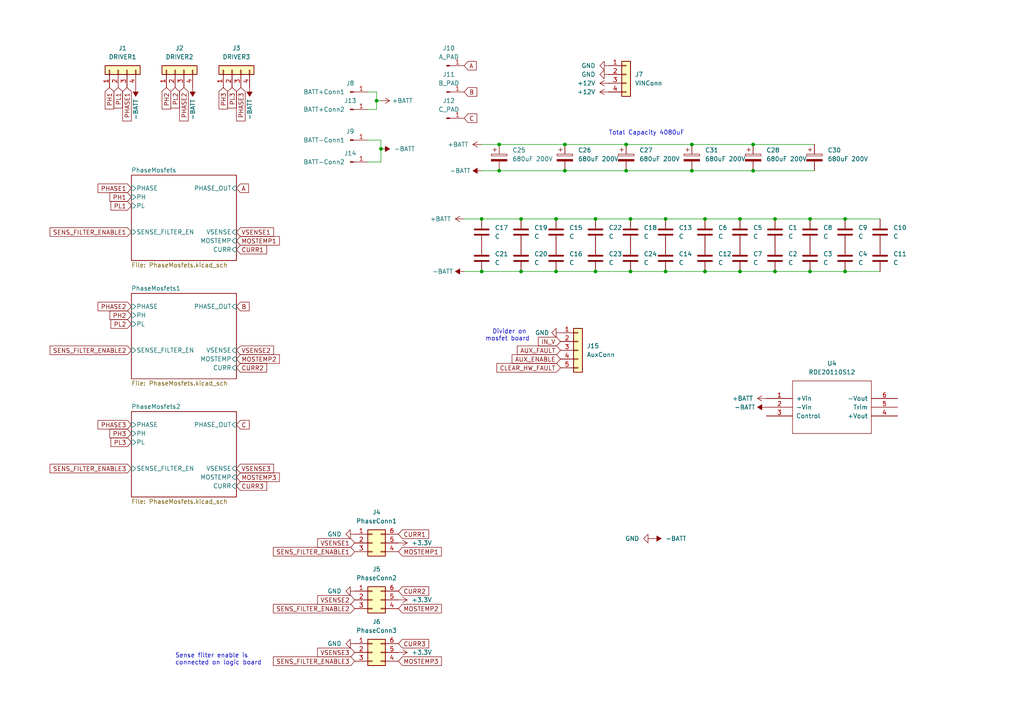
<source format=kicad_sch>
(kicad_sch (version 20230121) (generator eeschema)
  (paper "A4")
  (lib_symbols
    (symbol "Connector:Conn_01x01_Pin" (pin_names (offset 1.016) hide)
      (property "Reference" "J" (at 0 2.54 0))
      (property "Value" "Conn_01x01_Pin" (at 0 -2.54 0))
      (symbol "Conn_01x01_Pin_1_1"
        (polyline (pts (xy 1.27 0) (xy 0.8636 0)) (stroke (width 0.1524)))
        (rectangle (start 0.8636 0.127) (end 0 -0.127) (stroke (width 0.1524)) (fill (type outline)))
        (pin passive line (at 5.08 0 180) (length 3.81) (name "Pin_1") (number "1"))
      )
    )
    (symbol "Connector_Generic:Conn_01x04" (pin_names (offset 1.016) hide)
      (property "Reference" "J" (at 0 5.08 0))
      (property "Value" "Conn_01x04" (at 0 -7.62 0))
      (symbol "Conn_01x04_1_1"
        (rectangle (start -1.27 -4.953) (end 0 -5.207) (stroke (width 0.1524)))
        (rectangle (start -1.27 -2.413) (end 0 -2.667) (stroke (width 0.1524)))
        (rectangle (start -1.27 0.127) (end 0 -0.127) (stroke (width 0.1524)))
        (rectangle (start -1.27 2.667) (end 0 2.413) (stroke (width 0.1524)))
        (rectangle (start -1.27 3.81) (end 1.27 -6.35) (stroke (width 0.254)) (fill (type background)))
        (pin passive line (at -5.08 2.54 0) (length 3.81) (name "Pin_1") (number "1"))
        (pin passive line (at -5.08 0 0) (length 3.81) (name "Pin_2") (number "2"))
        (pin passive line (at -5.08 -2.54 0) (length 3.81) (name "Pin_3") (number "3"))
        (pin passive line (at -5.08 -5.08 0) (length 3.81) (name "Pin_4") (number "4"))
      )
    )
    (symbol "Connector_Generic:Conn_01x05" (pin_names (offset 1.016) hide)
      (property "Reference" "J" (at 0 7.62 0))
      (property "Value" "Conn_01x05" (at 0 -7.62 0))
      (symbol "Conn_01x05_1_1"
        (rectangle (start -1.27 -4.953) (end 0 -5.207) (stroke (width 0.1524)))
        (rectangle (start -1.27 -2.413) (end 0 -2.667) (stroke (width 0.1524)))
        (rectangle (start -1.27 0.127) (end 0 -0.127) (stroke (width 0.1524)))
        (rectangle (start -1.27 2.667) (end 0 2.413) (stroke (width 0.1524)))
        (rectangle (start -1.27 5.207) (end 0 4.953) (stroke (width 0.1524)))
        (rectangle (start -1.27 6.35) (end 1.27 -6.35) (stroke (width 0.254)) (fill (type background)))
        (pin passive line (at -5.08 5.08 0) (length 3.81) (name "Pin_1") (number "1"))
        (pin passive line (at -5.08 2.54 0) (length 3.81) (name "Pin_2") (number "2"))
        (pin passive line (at -5.08 0 0) (length 3.81) (name "Pin_3") (number "3"))
        (pin passive line (at -5.08 -2.54 0) (length 3.81) (name "Pin_4") (number "4"))
        (pin passive line (at -5.08 -5.08 0) (length 3.81) (name "Pin_5") (number "5"))
      )
    )
    (symbol "Connector_Generic:Conn_02x03_Counter_Clockwise" (pin_names (offset 1.016) hide)
      (property "Reference" "J" (at 1.27 5.08 0))
      (property "Value" "Conn_02x03_Counter_Clockwise" (at 1.27 -5.08 0))
      (symbol "Conn_02x03_Counter_Clockwise_1_1"
        (rectangle (start -1.27 -2.413) (end 0 -2.667) (stroke (width 0.1524)))
        (rectangle (start -1.27 0.127) (end 0 -0.127) (stroke (width 0.1524)))
        (rectangle (start -1.27 2.667) (end 0 2.413) (stroke (width 0.1524)))
        (rectangle (start -1.27 3.81) (end 3.81 -3.81) (stroke (width 0.254)) (fill (type background)))
        (rectangle (start 3.81 -2.413) (end 2.54 -2.667) (stroke (width 0.1524)))
        (rectangle (start 3.81 0.127) (end 2.54 -0.127) (stroke (width 0.1524)))
        (rectangle (start 3.81 2.667) (end 2.54 2.413) (stroke (width 0.1524)))
        (pin passive line (at -5.08 2.54 0) (length 3.81) (name "Pin_1") (number "1"))
        (pin passive line (at -5.08 0 0) (length 3.81) (name "Pin_2") (number "2"))
        (pin passive line (at -5.08 -2.54 0) (length 3.81) (name "Pin_3") (number "3"))
        (pin passive line (at 7.62 -2.54 180) (length 3.81) (name "Pin_4") (number "4"))
        (pin passive line (at 7.62 0 180) (length 3.81) (name "Pin_5") (number "5"))
        (pin passive line (at 7.62 2.54 180) (length 3.81) (name "Pin_6") (number "6"))
      )
    )
    (symbol "Device:C" (pin_numbers hide) (pin_names (offset 0.254))
      (property "Reference" "C" (at 0.635 2.54 0))
      (property "Value" "C" (at 0.635 -2.54 0))
      (symbol "C_0_1"
        (polyline (pts (xy -2.032 -0.762) (xy 2.032 -0.762)) (stroke (width 0.508)))
        (polyline (pts (xy -2.032 0.762) (xy 2.032 0.762)) (stroke (width 0.508)))
      )
      (symbol "C_1_1"
        (pin passive line (at 0 3.81 270) (length 2.794) (name "~") (number "1"))
        (pin passive line (at 0 -3.81 90) (length 2.794) (name "~") (number "2"))
      )
    )
    (symbol "Device:C_Polarized" (pin_numbers hide) (pin_names (offset 0.254))
      (property "Reference" "C" (at 0.635 2.54 0))
      (property "Value" "C_Polarized" (at 0.635 -2.54 0))
      (symbol "C_Polarized_0_1"
        (rectangle (start -2.286 0.508) (end 2.286 1.016))
        (polyline (pts (xy -1.778 2.286) (xy -0.762 2.286)))
        (polyline (pts (xy -1.27 2.794) (xy -1.27 1.778)))
        (rectangle (start 2.286 -0.508) (end -2.286 -1.016) (fill (type outline)))
      )
      (symbol "C_Polarized_1_1"
        (pin passive line (at 0 3.81 270) (length 2.794) (name "~") (number "1"))
        (pin passive line (at 0 -3.81 90) (length 2.794) (name "~") (number "2"))
      )
    )
    (symbol "GigaESCSymbols:RDE20110S12" (pin_names (offset 1.016))
      (property "Reference" "U" (at 0 -2.54 0))
      (property "Value" "RDE20110S12" (at 0 6.35 0))
      (symbol "RDE20110S12_1_0"
        (rectangle (start -11.43 -7.62) (end 11.43 7.62))
      )
      (symbol "RDE20110S12_1_1"
        (pin input line (at -19.05 2.54 0) (length 7.62) (name "+Vin") (number "1"))
        (pin input line (at -19.05 0 0) (length 7.62) (name "-Vin") (number "2"))
        (pin input line (at -19.05 -2.54 0) (length 7.62) (name "Control") (number "3"))
        (pin input line (at 19.05 -2.54 180) (length 7.62) (name "+Vout") (number "4"))
        (pin input line (at 19.05 0 180) (length 7.62) (name "Trim") (number "5"))
        (pin input line (at 19.05 2.54 180) (length 7.62) (name "-Vout") (number "6"))
      )
    )
    (symbol "power:+12V" (power) (pin_names (offset 0))
      (property "Value" "+12V" (at 0 3.556 0))
      (symbol "+12V_0_1"
        (polyline (pts (xy -0.762 1.27) (xy 0 2.54)))
        (polyline (pts (xy 0 0) (xy 0 2.54)))
        (polyline (pts (xy 0 2.54) (xy 0.762 1.27)))
      )
      (symbol "+12V_1_1"
        (pin power_in line (at 0 0 90) (length 0) hide (name "+12V") (number "1"))
      )
    )
    (symbol "power:+3.3V" (power) (pin_names (offset 0))
      (property "Value" "+3.3V" (at 0 3.556 0))
      (symbol "+3.3V_0_1"
        (polyline (pts (xy -0.762 1.27) (xy 0 2.54)))
        (polyline (pts (xy 0 0) (xy 0 2.54)))
        (polyline (pts (xy 0 2.54) (xy 0.762 1.27)))
      )
      (symbol "+3.3V_1_1"
        (pin power_in line (at 0 0 90) (length 0) hide (name "+3.3V") (number "1"))
      )
    )
    (symbol "power:+BATT" (power) (pin_names (offset 0))
      (property "Value" "+BATT" (at 0 3.556 0))
      (symbol "+BATT_0_1"
        (polyline (pts (xy -0.762 1.27) (xy 0 2.54)))
        (polyline (pts (xy 0 0) (xy 0 2.54)))
        (polyline (pts (xy 0 2.54) (xy 0.762 1.27)))
      )
      (symbol "+BATT_1_1"
        (pin power_in line (at 0 0 90) (length 0) hide (name "+BATT") (number "1"))
      )
    )
    (symbol "power:-BATT" (power) (pin_names (offset 0))
      (property "Value" "-BATT" (at 0 3.556 0))
      (symbol "-BATT_0_1"
        (polyline (pts (xy 0 0) (xy 0 2.54)))
        (polyline (pts (xy 0.762 1.27) (xy -0.762 1.27) (xy 0 2.54) (xy 0.762 1.27)) (fill (type outline)))
      )
      (symbol "-BATT_1_1"
        (pin power_in line (at 0 0 90) (length 0) hide (name "-BATT") (number "1"))
      )
    )
    (symbol "power:GND" (power) (pin_names (offset 0))
      (property "Value" "GND" (at 0 -3.81 0))
      (symbol "GND_0_1"
        (polyline (pts (xy 0 0) (xy 0 -1.27) (xy 1.27 -1.27) (xy 0 -2.54) (xy -1.27 -1.27) (xy 0 -1.27)))
      )
      (symbol "GND_1_1"
        (pin power_in line (at 0 0 270) (length 0) hide (name "GND") (number "1"))
      )
    )
  )
  (junction (at 224.79 63.5))
  (junction (at 193.04 63.5))
  (junction (at 163.83 41.91))
  (junction (at 172.72 63.5))
  (junction (at 139.7 63.5))
  (junction (at 200.66 49.53))
  (junction (at 204.47 78.74))
  (junction (at 234.95 63.5))
  (junction (at 218.44 49.53))
  (junction (at 234.95 78.74))
  (junction (at 109.22 29.21))
  (junction (at 182.88 78.74))
  (junction (at 161.29 63.5))
  (junction (at 214.63 63.5))
  (junction (at 163.83 49.53))
  (junction (at 161.29 78.74))
  (junction (at 200.66 41.91))
  (junction (at 193.04 78.74))
  (junction (at 139.7 78.74))
  (junction (at 151.13 78.74))
  (junction (at 172.72 78.74))
  (junction (at 214.63 78.74))
  (junction (at 204.47 63.5))
  (junction (at 245.11 63.5))
  (junction (at 224.79 78.74))
  (junction (at 144.78 49.53))
  (junction (at 181.61 41.91))
  (junction (at 181.61 49.53))
  (junction (at 110.49 43.18))
  (junction (at 151.13 63.5))
  (junction (at 144.78 41.91))
  (junction (at 245.11 78.74))
  (junction (at 182.88 63.5))
  (junction (at 218.44 41.91))
  (wire (pts (xy 106.68 26.67) (xy 109.22 26.67)))
  (wire (pts (xy 163.83 49.53) (xy 181.61 49.53)))
  (wire (pts (xy 134.62 78.74) (xy 139.7 78.74)))
  (wire (pts (xy 181.61 49.53) (xy 200.66 49.53)))
  (wire (pts (xy 106.68 46.99) (xy 110.49 46.99)))
  (wire (pts (xy 218.44 49.53) (xy 236.22 49.53)))
  (wire (pts (xy 134.62 63.5) (xy 139.7 63.5)))
  (wire (pts (xy 182.88 63.5) (xy 193.04 63.5)))
  (wire (pts (xy 172.72 63.5) (xy 182.88 63.5)))
  (wire (pts (xy 109.22 31.75) (xy 109.22 29.21)))
  (wire (pts (xy 193.04 78.74) (xy 204.47 78.74)))
  (wire (pts (xy 161.29 78.74) (xy 172.72 78.74)))
  (wire (pts (xy 151.13 78.74) (xy 161.29 78.74)))
  (wire (pts (xy 224.79 78.74) (xy 234.95 78.74)))
  (wire (pts (xy 182.88 78.74) (xy 193.04 78.74)))
  (wire (pts (xy 139.7 78.74) (xy 151.13 78.74)))
  (wire (pts (xy 204.47 78.74) (xy 214.63 78.74)))
  (wire (pts (xy 172.72 78.74) (xy 182.88 78.74)))
  (wire (pts (xy 204.47 63.5) (xy 214.63 63.5)))
  (wire (pts (xy 161.29 63.5) (xy 172.72 63.5)))
  (wire (pts (xy 139.7 41.91) (xy 144.78 41.91)))
  (wire (pts (xy 106.68 40.64) (xy 110.49 40.64)))
  (wire (pts (xy 109.22 29.21) (xy 110.49 29.21)))
  (wire (pts (xy 110.49 40.64) (xy 110.49 43.18)))
  (wire (pts (xy 151.13 63.5) (xy 161.29 63.5)))
  (wire (pts (xy 193.04 63.5) (xy 204.47 63.5)))
  (wire (pts (xy 245.11 78.74) (xy 255.27 78.74)))
  (wire (pts (xy 214.63 78.74) (xy 224.79 78.74)))
  (wire (pts (xy 144.78 49.53) (xy 163.83 49.53)))
  (wire (pts (xy 224.79 63.5) (xy 234.95 63.5)))
  (wire (pts (xy 200.66 41.91) (xy 218.44 41.91)))
  (wire (pts (xy 181.61 41.91) (xy 200.66 41.91)))
  (wire (pts (xy 109.22 26.67) (xy 109.22 29.21)))
  (wire (pts (xy 234.95 78.74) (xy 245.11 78.74)))
  (wire (pts (xy 234.95 63.5) (xy 245.11 63.5)))
  (wire (pts (xy 200.66 49.53) (xy 218.44 49.53)))
  (wire (pts (xy 214.63 63.5) (xy 224.79 63.5)))
  (wire (pts (xy 218.44 41.91) (xy 236.22 41.91)))
  (wire (pts (xy 110.49 46.99) (xy 110.49 43.18)))
  (wire (pts (xy 139.7 63.5) (xy 151.13 63.5)))
  (wire (pts (xy 106.68 31.75) (xy 109.22 31.75)))
  (wire (pts (xy 245.11 63.5) (xy 255.27 63.5)))
  (wire (pts (xy 139.7 49.53) (xy 144.78 49.53)))
  (wire (pts (xy 144.78 41.91) (xy 163.83 41.91)))
  (wire (pts (xy 163.83 41.91) (xy 181.61 41.91)))
  (text "Divider on \nmosfet board" (at 153.67 99.06 0) (effects (font (size 1.27 1.27)) (justify right bottom)))
  (text "Sense filter enable is \nconnected on logic board" (at 50.8 193.04 0) (effects (font (size 1.27 1.27)) (justify left bottom)))
  (text "Total Capacity 4080uF" (at 176.53 39.37 0) (effects (font (size 1.27 1.27)) (justify left bottom)))
  (global_label "CURR2" (shape input) (at 115.57 171.45 0) (property "Intersheetrefs" "${INTERSHEET_REFS}" (effects hide)))
  (global_label "VSENSE2" (shape input) (at 68.58 101.6 0) (property "Intersheetrefs" "${INTERSHEET_REFS}" (effects hide)))
  (global_label "MOSTEMP1" (shape input) (at 68.58 69.85 0) (property "Intersheetrefs" "${INTERSHEET_REFS}" (effects hide)))
  (global_label "PL1" (shape input) (at 34.29 25.4 270) (property "Intersheetrefs" "${INTERSHEET_REFS}" (effects hide)))
  (global_label "MOSTEMP3" (shape input) (at 68.58 138.43 0) (property "Intersheetrefs" "${INTERSHEET_REFS}" (effects hide)))
  (global_label "A" (shape input) (at 68.58 54.61 0) (property "Intersheetrefs" "${INTERSHEET_REFS}" (effects hide)))
  (global_label "CURR3" (shape input) (at 115.57 186.69 0) (property "Intersheetrefs" "${INTERSHEET_REFS}" (effects hide)))
  (global_label "SENS_FILTER_ENABLE3" (shape input) (at 102.87 191.77 180) (property "Intersheetrefs" "${INTERSHEET_REFS}" (effects hide)))
  (global_label "C" (shape input) (at 68.58 123.19 0) (property "Intersheetrefs" "${INTERSHEET_REFS}" (effects hide)))
  (global_label "MOSTEMP1" (shape input) (at 115.57 160.02 0) (property "Intersheetrefs" "${INTERSHEET_REFS}" (effects hide)))
  (global_label "PHASE1" (shape input) (at 36.83 25.4 270) (property "Intersheetrefs" "${INTERSHEET_REFS}" (effects hide)))
  (global_label "CURR2" (shape input) (at 68.58 106.68 0) (property "Intersheetrefs" "${INTERSHEET_REFS}" (effects hide)))
  (global_label "PL3" (shape input) (at 67.31 25.4 270) (property "Intersheetrefs" "${INTERSHEET_REFS}" (effects hide)))
  (global_label "MOSTEMP2" (shape input) (at 68.58 104.14 0) (property "Intersheetrefs" "${INTERSHEET_REFS}" (effects hide)))
  (global_label "C" (shape input) (at 134.62 34.29 0) (property "Intersheetrefs" "${INTERSHEET_REFS}" (effects hide)))
  (global_label "VSENSE2" (shape input) (at 102.87 173.99 180) (property "Intersheetrefs" "${INTERSHEET_REFS}" (effects hide)))
  (global_label "VSENSE1" (shape input) (at 102.87 157.48 180) (property "Intersheetrefs" "${INTERSHEET_REFS}" (effects hide)))
  (global_label "SENS_FILTER_ENABLE3" (shape input) (at 38.1 135.89 180) (property "Intersheetrefs" "${INTERSHEET_REFS}" (effects hide)))
  (global_label "SENS_FILTER_ENABLE2" (shape input) (at 38.1 101.6 180) (property "Intersheetrefs" "${INTERSHEET_REFS}" (effects hide)))
  (global_label "VSENSE3" (shape input) (at 102.87 189.23 180) (property "Intersheetrefs" "${INTERSHEET_REFS}" (effects hide)))
  (global_label "PHASE3" (shape input) (at 69.85 25.4 270) (property "Intersheetrefs" "${INTERSHEET_REFS}" (effects hide)))
  (global_label "PH1" (shape input) (at 38.1 57.15 180) (property "Intersheetrefs" "${INTERSHEET_REFS}" (effects hide)))
  (global_label "PHASE2" (shape input) (at 53.34 25.4 270) (property "Intersheetrefs" "${INTERSHEET_REFS}" (effects hide)))
  (global_label "AUX_FAULT" (shape input) (at 162.56 101.6 180) (property "Intersheetrefs" "${INTERSHEET_REFS}" (effects hide)))
  (global_label "PL3" (shape input) (at 38.1 128.27 180) (property "Intersheetrefs" "${INTERSHEET_REFS}" (effects hide)))
  (global_label "B" (shape input) (at 68.58 88.9 0) (property "Intersheetrefs" "${INTERSHEET_REFS}" (effects hide)))
  (global_label "IN_V" (shape input) (at 162.56 99.06 180) (property "Intersheetrefs" "${INTERSHEET_REFS}" (effects hide)))
  (global_label "CURR1" (shape input) (at 68.58 72.39 0) (property "Intersheetrefs" "${INTERSHEET_REFS}" (effects hide)))
  (global_label "VSENSE1" (shape input) (at 68.58 67.31 0) (property "Intersheetrefs" "${INTERSHEET_REFS}" (effects hide)))
  (global_label "AUX_ENABLE" (shape input) (at 162.56 104.14 180) (property "Intersheetrefs" "${INTERSHEET_REFS}" (effects hide)))
  (global_label "B" (shape input) (at 134.62 26.67 0) (property "Intersheetrefs" "${INTERSHEET_REFS}" (effects hide)))
  (global_label "PHASE3" (shape input) (at 38.1 123.19 180) (property "Intersheetrefs" "${INTERSHEET_REFS}" (effects hide)))
  (global_label "CURR1" (shape input) (at 115.57 154.94 0) (property "Intersheetrefs" "${INTERSHEET_REFS}" (effects hide)))
  (global_label "PH2" (shape input) (at 38.1 91.44 180) (property "Intersheetrefs" "${INTERSHEET_REFS}" (effects hide)))
  (global_label "SENS_FILTER_ENABLE2" (shape input) (at 102.87 176.53 180) (property "Intersheetrefs" "${INTERSHEET_REFS}" (effects hide)))
  (global_label "MOSTEMP2" (shape input) (at 115.57 176.53 0) (property "Intersheetrefs" "${INTERSHEET_REFS}" (effects hide)))
  (global_label "PL1" (shape input) (at 38.1 59.69 180) (property "Intersheetrefs" "${INTERSHEET_REFS}" (effects hide)))
  (global_label "PHASE2" (shape input) (at 38.1 88.9 180) (property "Intersheetrefs" "${INTERSHEET_REFS}" (effects hide)))
  (global_label "PH3" (shape input) (at 38.1 125.73 180) (property "Intersheetrefs" "${INTERSHEET_REFS}" (effects hide)))
  (global_label "SENS_FILTER_ENABLE1" (shape input) (at 38.1 67.31 180) (property "Intersheetrefs" "${INTERSHEET_REFS}" (effects hide)))
  (global_label "PL2" (shape input) (at 38.1 93.98 180) (property "Intersheetrefs" "${INTERSHEET_REFS}" (effects hide)))
  (global_label "PH2" (shape input) (at 48.26 25.4 270) (property "Intersheetrefs" "${INTERSHEET_REFS}" (effects hide)))
  (global_label "A" (shape input) (at 134.62 19.05 0) (property "Intersheetrefs" "${INTERSHEET_REFS}" (effects hide)))
  (global_label "SENS_FILTER_ENABLE1" (shape input) (at 102.87 160.02 180) (property "Intersheetrefs" "${INTERSHEET_REFS}" (effects hide)))
  (global_label "PH1" (shape input) (at 31.75 25.4 270) (property "Intersheetrefs" "${INTERSHEET_REFS}" (effects hide)))
  (global_label "MOSTEMP3" (shape input) (at 115.57 191.77 0) (property "Intersheetrefs" "${INTERSHEET_REFS}" (effects hide)))
  (global_label "PH3" (shape input) (at 64.77 25.4 270) (property "Intersheetrefs" "${INTERSHEET_REFS}" (effects hide)))
  (global_label "VSENSE3" (shape input) (at 68.58 135.89 0) (property "Intersheetrefs" "${INTERSHEET_REFS}" (effects hide)))
  (global_label "PL2" (shape input) (at 50.8 25.4 270) (property "Intersheetrefs" "${INTERSHEET_REFS}" (effects hide)))
  (global_label "CLEAR_HW_FAULT" (shape input) (at 162.56 106.68 180) (property "Intersheetrefs" "${INTERSHEET_REFS}" (effects hide)))
  (global_label "PHASE1" (shape input) (at 38.1 54.61 180) (property "Intersheetrefs" "${INTERSHEET_REFS}" (effects hide)))
  (global_label "CURR3" (shape input) (at 68.58 140.97 0) (property "Intersheetrefs" "${INTERSHEET_REFS}" (effects hide)))
  (symbol (lib_id "Device:C") (at 161.29 74.93 0) (unit 1)
    (property "Reference" "C16" (at 165.1 73.66 0) (effects (justify left)))
    (property "Value" "C" (at 165.1 76.2 0) (effects (justify left)))
    (property "Footprint" "Capacitor_SMD:C_2220_5650Metric" (effects hide))
  )
  (symbol (lib_id "power:+12V") (at 176.53 24.13 90) (unit 1)
    (property "Reference" "#PWR05" (effects hide))
    (property "Value" "+12V" (at 172.72 24.13 90) (effects (justify left)))
  )
  (symbol (lib_id "Device:C") (at 139.7 74.93 0) (unit 1)
    (property "Reference" "C21" (at 143.51 73.66 0) (effects (justify left)))
    (property "Value" "C" (at 143.51 76.2 0) (effects (justify left)))
    (property "Footprint" "Capacitor_SMD:C_2220_5650Metric" (effects hide))
  )
  (symbol (lib_id "Connector_Generic:Conn_01x04") (at 67.31 20.32 90) (unit 1)
    (property "Reference" "J3" (at 68.58 13.97 90))
    (property "Value" "DRIVER3" (at 68.58 16.51 90))
    (property "Footprint" "Connector_PinSocket_2.54mm:PinSocket_2x02_P2.54mm_Vertical_SMD" (effects hide))
  )
  (symbol (lib_id "Device:C") (at 245.11 67.31 0) (unit 1)
    (property "Reference" "C9" (at 248.92 66.04 0) (effects (justify left)))
    (property "Value" "C" (at 248.92 68.58 0) (effects (justify left)))
    (property "Footprint" "Capacitor_SMD:C_2220_5650Metric" (effects hide))
  )
  (symbol (lib_id "power:+BATT") (at 139.7 41.91 90) (unit 1)
    (property "Reference" "#PWR013" (effects hide))
    (property "Value" "+BATT" (at 135.89 41.91 90) (effects (justify left)))
  )
  (symbol (lib_id "Device:C") (at 151.13 67.31 0) (unit 1)
    (property "Reference" "C19" (at 154.94 66.04 0) (effects (justify left)))
    (property "Value" "C" (at 154.94 68.58 0) (effects (justify left)))
    (property "Footprint" "Capacitor_SMD:C_2220_5650Metric" (effects hide))
  )
  (symbol (lib_id "power:GND") (at 176.53 19.05 270) (unit 1)
    (property "Reference" "#PWR03" (effects hide))
    (property "Value" "GND" (at 172.72 19.05 90) (effects (justify right)))
  )
  (symbol (lib_id "power:-BATT") (at 55.88 25.4 180) (unit 1)
    (property "Reference" "#PWR028" (effects hide))
    (property "Value" "-BATT" (at 55.88 31.75 90))
  )
  (symbol (lib_id "Device:C_Polarized") (at 181.61 45.72 0) (unit 1)
    (property "Reference" "C27" (at 185.42 43.561 0) (effects (justify left)))
    (property "Value" "680uF 200V" (at 185.42 46.101 0) (effects (justify left)))
    (property "Footprint" "Capacitor_THT:CP_Radial_D22.0mm_P10.00mm_SnapIn" (effects hide))
  )
  (symbol (lib_id "Connector_Generic:Conn_01x04") (at 50.8 20.32 90) (unit 1)
    (property "Reference" "J2" (at 52.07 13.97 90))
    (property "Value" "DRIVER2" (at 52.07 16.51 90))
    (property "Footprint" "Connector_PinSocket_2.54mm:PinSocket_2x02_P2.54mm_Vertical_SMD" (effects hide))
  )
  (symbol (lib_id "power:+3.3V") (at 115.57 189.23 270) (unit 1)
    (property "Reference" "#PWR022" (effects hide))
    (property "Value" "+3.3V" (at 119.38 189.23 90) (effects (justify left)))
  )
  (symbol (lib_id "Connector_Generic:Conn_02x03_Counter_Clockwise") (at 107.95 157.48 0) (unit 1)
    (property "Reference" "J4" (at 109.22 148.59 0))
    (property "Value" "PhaseConn1" (at 109.22 151.13 0))
    (property "Footprint" "Connector_PinSocket_2.54mm:PinSocket_2x03_P2.54mm_Vertical_SMD" (effects hide))
  )
  (symbol (lib_id "Device:C") (at 193.04 67.31 0) (unit 1)
    (property "Reference" "C13" (at 196.85 66.04 0) (effects (justify left)))
    (property "Value" "C" (at 196.85 68.58 0) (effects (justify left)))
    (property "Footprint" "Capacitor_SMD:C_2220_5650Metric" (effects hide))
  )
  (symbol (lib_id "Connector_Generic:Conn_02x03_Counter_Clockwise") (at 107.95 189.23 0) (unit 1)
    (property "Reference" "J6" (at 109.22 180.34 0))
    (property "Value" "PhaseConn3" (at 109.22 182.88 0))
    (property "Footprint" "Connector_PinSocket_2.54mm:PinSocket_2x03_P2.54mm_Vertical_SMD" (effects hide))
  )
  (symbol (lib_id "Connector:Conn_01x01_Pin") (at 129.54 19.05 0) (unit 1)
    (property "Reference" "J10" (at 130.175 13.97 0))
    (property "Value" "A_PAD" (at 130.175 16.51 0))
    (property "Footprint" "Connector_Wire:SolderWirePad_1x01_SMD_5x10mm" (effects hide))
  )
  (symbol (lib_id "Device:C") (at 182.88 67.31 0) (unit 1)
    (property "Reference" "C18" (at 186.69 66.04 0) (effects (justify left)))
    (property "Value" "C" (at 186.69 68.58 0) (effects (justify left)))
    (property "Footprint" "Capacitor_SMD:C_2220_5650Metric" (effects hide))
  )
  (symbol (lib_id "power:-BATT") (at 110.49 43.18 270) (unit 1)
    (property "Reference" "#PWR02" (effects hide))
    (property "Value" "-BATT" (at 114.3 43.18 90) (effects (justify left)))
  )
  (symbol (lib_id "Device:C") (at 214.63 67.31 0) (unit 1)
    (property "Reference" "C5" (at 218.44 66.04 0) (effects (justify left)))
    (property "Value" "C" (at 218.44 68.58 0) (effects (justify left)))
    (property "Footprint" "Capacitor_SMD:C_2220_5650Metric" (effects hide))
  )
  (symbol (lib_id "Connector:Conn_01x01_Pin") (at 129.54 34.29 0) (unit 1)
    (property "Reference" "J12" (at 130.175 29.21 0))
    (property "Value" "C_PAD" (at 130.175 31.75 0))
    (property "Footprint" "Connector_Wire:SolderWirePad_1x01_SMD_5x10mm" (effects hide))
  )
  (symbol (lib_id "power:GND") (at 102.87 186.69 270) (unit 1)
    (property "Reference" "#PWR019" (effects hide))
    (property "Value" "GND" (at 99.06 186.69 90) (effects (justify right)))
  )
  (symbol (lib_id "power:-BATT") (at 134.62 78.74 90) (unit 1)
    (property "Reference" "#PWR015" (effects hide))
    (property "Value" "-BATT" (at 131.445 78.74 90) (effects (justify left)))
  )
  (symbol (lib_id "Connector_Generic:Conn_02x03_Counter_Clockwise") (at 107.95 173.99 0) (unit 1)
    (property "Reference" "J5" (at 109.22 165.1 0))
    (property "Value" "PhaseConn2" (at 109.22 167.64 0))
    (property "Footprint" "Connector_PinSocket_2.54mm:PinSocket_2x03_P2.54mm_Vertical_SMD" (effects hide))
  )
  (symbol (lib_id "Device:C") (at 255.27 74.93 0) (unit 1)
    (property "Reference" "C11" (at 259.08 73.66 0) (effects (justify left)))
    (property "Value" "C" (at 259.08 76.2 0) (effects (justify left)))
    (property "Footprint" "Capacitor_SMD:C_2220_5650Metric" (effects hide))
  )
  (symbol (lib_id "power:+3.3V") (at 115.57 173.99 270) (unit 1)
    (property "Reference" "#PWR021" (effects hide))
    (property "Value" "+3.3V" (at 119.38 173.99 90) (effects (justify left)))
  )
  (symbol (lib_id "Connector:Conn_01x01_Pin") (at 101.6 46.99 0) (unit 1)
    (property "Reference" "J14" (at 101.6 44.45 0))
    (property "Value" "BATT-Conn2" (at 93.98 46.99 0))
    (property "Footprint" "Connector_Wire:SolderWirePad_1x01_SMD_5x10mm" (effects hide))
  )
  (symbol (lib_id "power:GND") (at 162.56 96.52 270) (unit 1)
    (property "Reference" "#PWR032" (effects hide))
    (property "Value" "GND" (at 157.226 96.52 90))
  )
  (symbol (lib_id "Device:C") (at 234.95 67.31 0) (unit 1)
    (property "Reference" "C8" (at 238.76 66.04 0) (effects (justify left)))
    (property "Value" "C" (at 238.76 68.58 0) (effects (justify left)))
    (property "Footprint" "Capacitor_SMD:C_2220_5650Metric" (effects hide))
  )
  (symbol (lib_id "Connector_Generic:Conn_01x04") (at 34.29 20.32 90) (unit 1)
    (property "Reference" "J1" (at 35.56 13.97 90))
    (property "Value" "DRIVER1" (at 35.56 16.51 90))
    (property "Footprint" "Connector_PinSocket_2.54mm:PinSocket_2x02_P2.54mm_Vertical_SMD" (effects hide))
  )
  (symbol (lib_id "Connector:Conn_01x01_Pin") (at 101.6 31.75 0) (unit 1)
    (property "Reference" "J13" (at 101.6 29.21 0))
    (property "Value" "BATT+Conn2" (at 93.98 31.75 0))
    (property "Footprint" "Connector_Wire:SolderWirePad_1x01_SMD_5x10mm" (effects hide))
  )
  (symbol (lib_id "Connector:Conn_01x01_Pin") (at 101.6 40.64 0) (unit 1)
    (property "Reference" "J9" (at 101.6 38.1 0))
    (property "Value" "BATT-Conn1" (at 93.98 40.64 0))
    (property "Footprint" "Connector_Wire:SolderWirePad_1x01_SMD_5x10mm" (effects hide))
  )
  (symbol (lib_id "Device:C") (at 193.04 74.93 0) (unit 1)
    (property "Reference" "C14" (at 196.85 73.66 0) (effects (justify left)))
    (property "Value" "C" (at 196.85 76.2 0) (effects (justify left)))
    (property "Footprint" "Capacitor_SMD:C_2220_5650Metric" (effects hide))
  )
  (symbol (lib_id "Device:C") (at 214.63 74.93 0) (unit 1)
    (property "Reference" "C7" (at 218.44 73.66 0) (effects (justify left)))
    (property "Value" "C" (at 218.44 76.2 0) (effects (justify left)))
    (property "Footprint" "Capacitor_SMD:C_2220_5650Metric" (effects hide))
  )
  (symbol (lib_id "Device:C") (at 255.27 67.31 0) (unit 1)
    (property "Reference" "C10" (at 259.08 66.04 0) (effects (justify left)))
    (property "Value" "C" (at 259.08 68.58 0) (effects (justify left)))
    (property "Footprint" "Capacitor_SMD:C_2220_5650Metric" (effects hide))
  )
  (symbol (lib_id "power:-BATT") (at 72.39 25.4 180) (unit 1)
    (property "Reference" "#PWR029" (effects hide))
    (property "Value" "-BATT" (at 72.39 31.75 90))
  )
  (symbol (lib_id "Connector_Generic:Conn_01x05") (at 167.64 101.6 0) (unit 1)
    (property "Reference" "J15" (at 170.18 100.33 0) (effects (justify left)))
    (property "Value" "AuxConn" (at 170.18 102.87 0) (effects (justify left)))
    (property "Footprint" "Connector_PinSocket_2.54mm:PinSocket_1x05_P2.54mm_Vertical_SMD_Pin1Left" (effects hide))
    (property "MPN" "C124379" (effects hide))
  )
  (symbol (lib_id "Device:C") (at 139.7 67.31 0) (unit 1)
    (property "Reference" "C17" (at 143.51 66.04 0) (effects (justify left)))
    (property "Value" "C" (at 143.51 68.58 0) (effects (justify left)))
    (property "Footprint" "Capacitor_SMD:C_2220_5650Metric" (effects hide))
  )
  (symbol (lib_id "Device:C") (at 182.88 74.93 0) (unit 1)
    (property "Reference" "C24" (at 186.69 73.66 0) (effects (justify left)))
    (property "Value" "C" (at 186.69 76.2 0) (effects (justify left)))
    (property "Footprint" "Capacitor_SMD:C_2220_5650Metric" (effects hide))
  )
  (symbol (lib_id "Connector_Generic:Conn_01x04") (at 181.61 21.59 0) (unit 1)
    (property "Reference" "J7" (at 184.15 21.59 0) (effects (justify left)))
    (property "Value" "VINConn" (at 184.15 24.13 0) (effects (justify left)))
    (property "Footprint" "Connector_PinSocket_2.54mm:PinSocket_1x04_P2.54mm_Vertical_SMD_Pin1Left" (effects hide))
  )
  (symbol (lib_id "Device:C") (at 161.29 67.31 0) (unit 1)
    (property "Reference" "C15" (at 165.1 66.04 0) (effects (justify left)))
    (property "Value" "C" (at 165.1 68.58 0) (effects (justify left)))
    (property "Footprint" "Capacitor_SMD:C_2220_5650Metric" (effects hide))
  )
  (symbol (lib_id "power:-BATT") (at 189.23 156.21 270) (unit 1)
    (property "Reference" "#PWR023" (effects hide))
    (property "Value" "-BATT" (at 193.04 156.21 90) (effects (justify left)))
  )
  (symbol (lib_id "Device:C") (at 234.95 74.93 0) (unit 1)
    (property "Reference" "C3" (at 238.76 73.66 0) (effects (justify left)))
    (property "Value" "C" (at 238.76 76.2 0) (effects (justify left)))
    (property "Footprint" "Capacitor_SMD:C_2220_5650Metric" (effects hide))
  )
  (symbol (lib_id "power:-BATT") (at 139.7 49.53 90) (unit 1)
    (property "Reference" "#PWR016" (effects hide))
    (property "Value" "-BATT" (at 136.525 49.53 90) (effects (justify left)))
  )
  (symbol (lib_id "power:-BATT") (at 39.37 25.4 180) (unit 1)
    (property "Reference" "#PWR027" (effects hide))
    (property "Value" "-BATT" (at 39.37 31.75 90))
  )
  (symbol (lib_id "Device:C") (at 151.13 74.93 0) (unit 1)
    (property "Reference" "C20" (at 154.94 73.66 0) (effects (justify left)))
    (property "Value" "C" (at 154.94 76.2 0) (effects (justify left)))
    (property "Footprint" "Capacitor_SMD:C_2220_5650Metric" (effects hide))
  )
  (symbol (lib_id "Device:C") (at 172.72 67.31 0) (unit 1)
    (property "Reference" "C22" (at 176.53 66.04 0) (effects (justify left)))
    (property "Value" "C" (at 176.53 68.58 0) (effects (justify left)))
    (property "Footprint" "Capacitor_SMD:C_2220_5650Metric" (effects hide))
  )
  (symbol (lib_id "power:GND") (at 176.53 21.59 270) (unit 1)
    (property "Reference" "#PWR04" (effects hide))
    (property "Value" "GND" (at 172.72 21.59 90) (effects (justify right)))
  )
  (symbol (lib_id "power:+12V") (at 176.53 26.67 90) (unit 1)
    (property "Reference" "#PWR06" (effects hide))
    (property "Value" "+12V" (at 172.72 26.67 90) (effects (justify left)))
  )
  (symbol (lib_id "Connector:Conn_01x01_Pin") (at 129.54 26.67 0) (unit 1)
    (property "Reference" "J11" (at 130.175 21.59 0))
    (property "Value" "B_PAD" (at 130.175 24.13 0))
    (property "Footprint" "Connector_Wire:SolderWirePad_1x01_SMD_5x10mm" (effects hide))
  )
  (symbol (lib_id "power:+BATT") (at 110.49 29.21 270) (unit 1)
    (property "Reference" "#PWR01" (effects hide))
    (property "Value" "+BATT" (at 113.665 29.21 90) (effects (justify left)))
  )
  (symbol (lib_id "power:GND") (at 189.23 156.21 270) (unit 1)
    (property "Reference" "#PWR024" (effects hide))
    (property "Value" "GND" (at 185.42 156.21 90) (effects (justify right)))
  )
  (symbol (lib_id "power:+BATT") (at 134.62 63.5 90) (unit 1)
    (property "Reference" "#PWR014" (effects hide))
    (property "Value" "+BATT" (at 130.81 63.5 90) (effects (justify left)))
  )
  (symbol (lib_id "power:GND") (at 102.87 154.94 270) (unit 1)
    (property "Reference" "#PWR017" (effects hide))
    (property "Value" "GND" (at 99.06 154.94 90) (effects (justify right)))
  )
  (symbol (lib_id "Device:C_Polarized") (at 163.83 45.72 0) (unit 1)
    (property "Reference" "C26" (at 167.64 43.561 0) (effects (justify left)))
    (property "Value" "680uF 200V" (at 167.64 46.101 0) (effects (justify left)))
    (property "Footprint" "Capacitor_THT:CP_Radial_D22.0mm_P10.00mm_SnapIn" (effects hide))
  )
  (symbol (lib_id "GigaESCSymbols:RDE20110S12") (at 241.3 118.11 0) (unit 1)
    (property "Reference" "U4" (at 241.3 105.41 0))
    (property "Value" "RDE20110S12" (at 241.3 107.95 0))
    (property "Footprint" "Converter_DCDC:Converter_DCDC_TRACO_THN30-xxxx_THT" (effects hide))
    (property "Datasheet" "DOCUMENTATION" (effects hide))
  )
  (symbol (lib_id "Device:C") (at 224.79 74.93 0) (unit 1)
    (property "Reference" "C2" (at 228.6 73.66 0) (effects (justify left)))
    (property "Value" "C" (at 228.6 76.2 0) (effects (justify left)))
    (property "Footprint" "Capacitor_SMD:C_2220_5650Metric" (effects hide))
  )
  (symbol (lib_id "Device:C") (at 204.47 67.31 0) (unit 1)
    (property "Reference" "C6" (at 208.28 66.04 0) (effects (justify left)))
    (property "Value" "C" (at 208.28 68.58 0) (effects (justify left)))
    (property "Footprint" "Capacitor_SMD:C_2220_5650Metric" (effects hide))
  )
  (symbol (lib_id "Device:C") (at 172.72 74.93 0) (unit 1)
    (property "Reference" "C23" (at 176.53 73.66 0) (effects (justify left)))
    (property "Value" "C" (at 176.53 76.2 0) (effects (justify left)))
    (property "Footprint" "Capacitor_SMD:C_2220_5650Metric" (effects hide))
  )
  (symbol (lib_id "Device:C_Polarized") (at 236.22 45.72 0) (unit 1)
    (property "Reference" "C30" (at 240.03 43.561 0) (effects (justify left)))
    (property "Value" "680uF 200V" (at 240.03 46.101 0) (effects (justify left)))
    (property "Footprint" "Capacitor_THT:CP_Radial_D22.0mm_P10.00mm_SnapIn" (effects hide))
  )
  (symbol (lib_id "Device:C_Polarized") (at 144.78 45.72 0) (unit 1)
    (property "Reference" "C25" (at 148.59 43.561 0) (effects (justify left)))
    (property "Value" "680uF 200V" (at 148.59 46.101 0) (effects (justify left)))
    (property "Footprint" "Capacitor_THT:CP_Radial_D22.0mm_P10.00mm_SnapIn" (effects hide))
    (property "MPN" "C238253" (effects hide))
  )
  (symbol (lib_id "Device:C") (at 204.47 74.93 0) (unit 1)
    (property "Reference" "C12" (at 208.28 73.66 0) (effects (justify left)))
    (property "Value" "C" (at 208.28 76.2 0) (effects (justify left)))
    (property "Footprint" "Capacitor_SMD:C_2220_5650Metric" (effects hide))
  )
  (symbol (lib_id "power:-BATT") (at 222.25 118.11 90) (unit 1)
    (property "Reference" "#PWR031" (effects hide))
    (property "Value" "-BATT" (at 219.075 118.11 90) (effects (justify left)))
  )
  (symbol (lib_id "power:GND") (at 102.87 171.45 270) (unit 1)
    (property "Reference" "#PWR018" (effects hide))
    (property "Value" "GND" (at 99.06 171.45 90) (effects (justify right)))
  )
  (symbol (lib_id "Device:C_Polarized") (at 200.66 45.72 0) (unit 1)
    (property "Reference" "C31" (at 204.47 43.561 0) (effects (justify left)))
    (property "Value" "680uF 200V" (at 204.47 46.101 0) (effects (justify left)))
    (property "Footprint" "Capacitor_THT:CP_Radial_D22.0mm_P10.00mm_SnapIn" (effects hide))
  )
  (symbol (lib_id "Device:C_Polarized") (at 218.44 45.72 0) (unit 1)
    (property "Reference" "C28" (at 222.25 43.561 0) (effects (justify left)))
    (property "Value" "680uF 200V" (at 222.25 46.101 0) (effects (justify left)))
    (property "Footprint" "Capacitor_THT:CP_Radial_D22.0mm_P10.00mm_SnapIn" (effects hide))
  )
  (symbol (lib_id "Device:C") (at 224.79 67.31 0) (unit 1)
    (property "Reference" "C1" (at 228.6 66.04 0) (effects (justify left)))
    (property "Value" "C" (at 228.6 68.58 0) (effects (justify left)))
    (property "Footprint" "Capacitor_SMD:C_2220_5650Metric" (effects hide))
  )
  (symbol (lib_id "Connector:Conn_01x01_Pin") (at 101.6 26.67 0) (unit 1)
    (property "Reference" "J8" (at 101.6 24.13 0))
    (property "Value" "BATT+Conn1" (at 93.98 26.67 0))
    (property "Footprint" "Connector_Wire:SolderWirePad_1x01_SMD_5x10mm" (effects hide))
  )
  (symbol (lib_id "power:+BATT") (at 222.25 115.57 90) (unit 1)
    (property "Reference" "#PWR030" (effects hide))
    (property "Value" "+BATT" (at 218.44 115.57 90) (effects (justify left)))
  )
  (symbol (lib_id "power:+3.3V") (at 115.57 157.48 270) (unit 1)
    (property "Reference" "#PWR020" (effects hide))
    (property "Value" "+3.3V" (at 119.38 157.48 90) (effects (justify left)))
  )
  (symbol (lib_id "Device:C") (at 245.11 74.93 0) (unit 1)
    (property "Reference" "C4" (at 248.92 73.66 0) (effects (justify left)))
    (property "Value" "C" (at 248.92 76.2 0) (effects (justify left)))
    (property "Footprint" "Capacitor_SMD:C_2220_5650Metric" (effects hide))
  )
  (sheet (at 38.1 50.8) (size 30.48 24.765) (stroke (width 0.1524))
    (property "Sheetname" "PhaseMosfets" (at 38.1 50.0884 0) (effects (justify left bottom)))
    (property "Sheetfile" "PhaseMosfets.kicad_sch" (at 38.1 76.1496 0) (effects (justify left top)))
    (pin "PH" input (at 38.1 57.15 180))
    (pin "PL" input (at 38.1 59.69 180))
    (pin "PHASE_OUT" input (at 68.58 54.61 0))
    (pin "SENSE_FILTER_EN" input (at 38.1 67.31 180))
    (pin "VSENSE" input (at 68.58 67.31 0))
    (pin "CURR" input (at 68.58 72.39 0))
    (pin "PHASE" input (at 38.1 54.61 180))
    (pin "MOSTEMP" input (at 68.58 69.85 0))
  )
  (sheet (at 38.1 119.38) (size 30.48 24.765) (stroke (width 0.1524))
    (property "Sheetname" "PhaseMosfets2" (at 38.1 118.6684 0) (effects (justify left bottom)))
    (property "Sheetfile" "PhaseMosfets.kicad_sch" (at 38.1 144.7296 0) (effects (justify left top)))
    (pin "PH" input (at 38.1 125.73 180))
    (pin "PL" input (at 38.1 128.27 180))
    (pin "PHASE_OUT" input (at 68.58 123.19 0))
    (pin "SENSE_FILTER_EN" input (at 38.1 135.89 180))
    (pin "VSENSE" input (at 68.58 135.89 0))
    (pin "CURR" input (at 68.58 140.97 0))
    (pin "PHASE" input (at 38.1 123.19 180))
    (pin "MOSTEMP" input (at 68.58 138.43 0))
  )
  (sheet (at 38.1 85.09) (size 30.48 24.765) (stroke (width 0.1524))
    (property "Sheetname" "PhaseMosfets1" (at 38.1 84.3784 0) (effects (justify left bottom)))
    (property "Sheetfile" "PhaseMosfets.kicad_sch" (at 38.1 110.4396 0) (effects (justify left top)))
    (pin "PH" input (at 38.1 91.44 180))
    (pin "PL" input (at 38.1 93.98 180))
    (pin "PHASE_OUT" input (at 68.58 88.9 0))
    (pin "SENSE_FILTER_EN" input (at 38.1 101.6 180))
    (pin "VSENSE" input (at 68.58 101.6 0))
    (pin "CURR" input (at 68.58 106.68 0))
    (pin "PHASE" input (at 38.1 88.9 180))
    (pin "MOSTEMP" input (at 68.58 104.14 0))
  )
)
</source>
